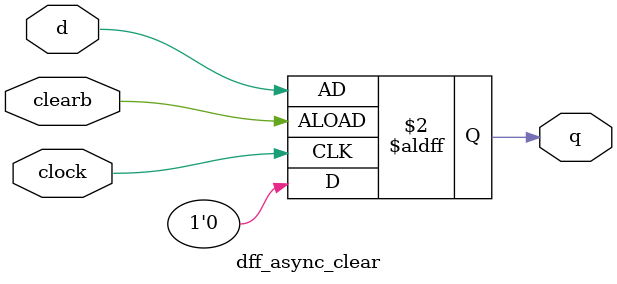
<source format=v>
module dff_sync_clear(d,clearb,clock,q);

	input d,clearb,clock;
	output q;
	reg q;

	always @ (posedge clock)
	begin
		if(clearb) q<=1'b0;
		else q<=d;
	end

endmodule

module dff_async_clear(d, clearb, clock, q);

	input d, clearb, clock;
	output q;
	reg q;

	always @ (negedge clearb or posedge clock) 
	begin
		if (clearb) q <= 1'b0; 
		else q <= d;
	end

endmodule
</source>
